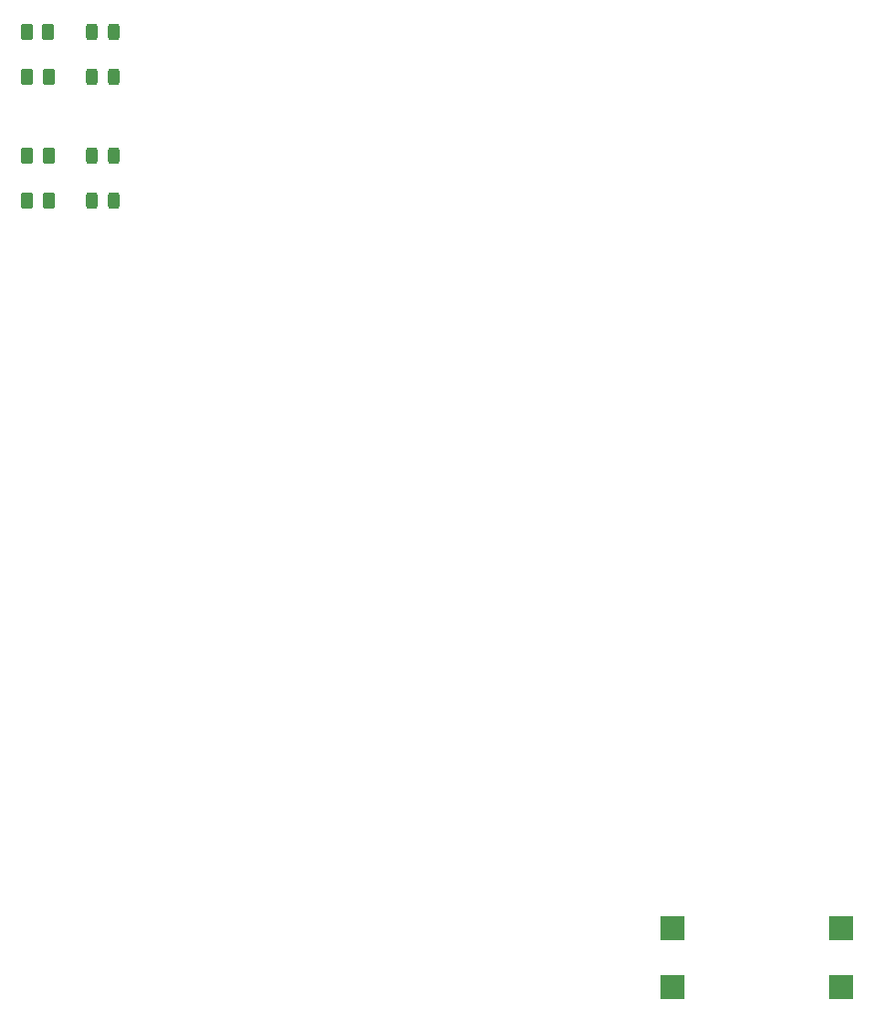
<source format=gbr>
%TF.GenerationSoftware,KiCad,Pcbnew,7.0.5*%
%TF.CreationDate,2023-09-23T15:40:50-05:00*%
%TF.ProjectId,ControlsSim,436f6e74-726f-46c7-9353-696d2e6b6963,rev?*%
%TF.SameCoordinates,Original*%
%TF.FileFunction,Paste,Top*%
%TF.FilePolarity,Positive*%
%FSLAX46Y46*%
G04 Gerber Fmt 4.6, Leading zero omitted, Abs format (unit mm)*
G04 Created by KiCad (PCBNEW 7.0.5) date 2023-09-23 15:40:50*
%MOMM*%
%LPD*%
G01*
G04 APERTURE LIST*
G04 Aperture macros list*
%AMRoundRect*
0 Rectangle with rounded corners*
0 $1 Rounding radius*
0 $2 $3 $4 $5 $6 $7 $8 $9 X,Y pos of 4 corners*
0 Add a 4 corners polygon primitive as box body*
4,1,4,$2,$3,$4,$5,$6,$7,$8,$9,$2,$3,0*
0 Add four circle primitives for the rounded corners*
1,1,$1+$1,$2,$3*
1,1,$1+$1,$4,$5*
1,1,$1+$1,$6,$7*
1,1,$1+$1,$8,$9*
0 Add four rect primitives between the rounded corners*
20,1,$1+$1,$2,$3,$4,$5,0*
20,1,$1+$1,$4,$5,$6,$7,0*
20,1,$1+$1,$6,$7,$8,$9,0*
20,1,$1+$1,$8,$9,$2,$3,0*%
G04 Aperture macros list end*
%ADD10RoundRect,0.243750X-0.243750X-0.456250X0.243750X-0.456250X0.243750X0.456250X-0.243750X0.456250X0*%
%ADD11RoundRect,0.250000X-0.262500X-0.450000X0.262500X-0.450000X0.262500X0.450000X-0.262500X0.450000X0*%
%ADD12RoundRect,0.250000X0.262500X0.450000X-0.262500X0.450000X-0.262500X-0.450000X0.262500X-0.450000X0*%
%ADD13R,2.100000X2.100000*%
G04 APERTURE END LIST*
D10*
%TO.C,D4*%
X118062500Y-67750000D03*
X119937500Y-67750000D03*
%TD*%
D11*
%TO.C,R4*%
X112625500Y-78232000D03*
X114450500Y-78232000D03*
%TD*%
D10*
%TO.C,D2*%
X118062500Y-78250000D03*
X119937500Y-78250000D03*
%TD*%
D12*
%TO.C,R2*%
X114450500Y-74500000D03*
X112625500Y-74500000D03*
%TD*%
D10*
%TO.C,D3*%
X118125000Y-64000000D03*
X120000000Y-64000000D03*
%TD*%
%TO.C,D1*%
X118062500Y-74500000D03*
X119937500Y-74500000D03*
%TD*%
D12*
%TO.C,R7*%
X114450500Y-67750000D03*
X112625500Y-67750000D03*
%TD*%
D13*
%TO.C,S1*%
X167350000Y-140000000D03*
X181650000Y-140000000D03*
X167350000Y-145000000D03*
X181650000Y-145000000D03*
%TD*%
D12*
%TO.C,R5*%
X114412500Y-64000000D03*
X112587500Y-64000000D03*
%TD*%
M02*

</source>
